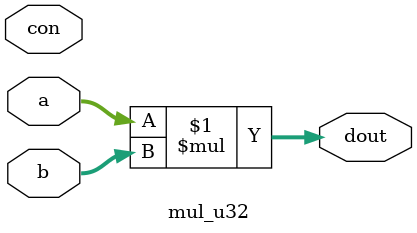
<source format=v>

module mul_u32 (
	a, b, dout, con
);
	input [31:0] a, b;
	output [63:0] dout;
	input con;

	// -> Èµ 32x32=64 rbgæZ
	assign dout = a * b;

endmodule

</source>
